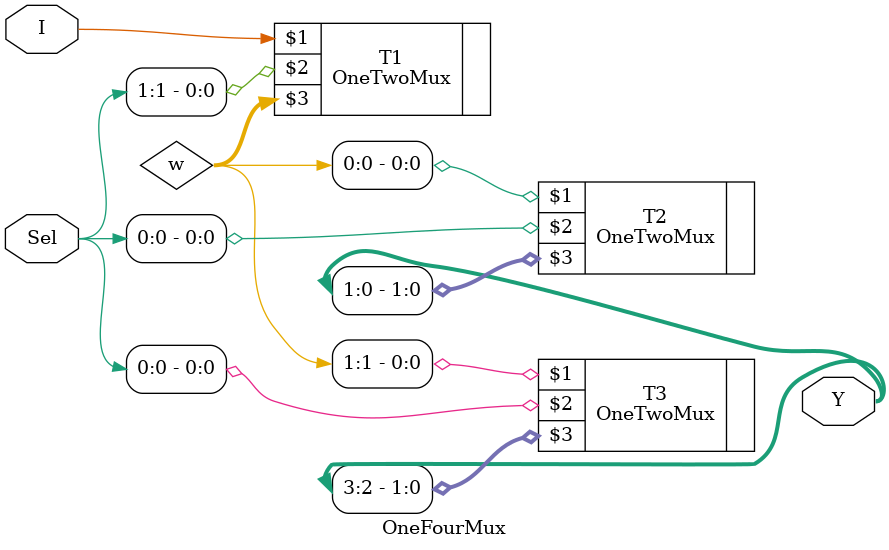
<source format=v>
`include "../OneTwoMUX/module.v"

module OneFourMux (
    input I,
    input [1:0] Sel,
    output [3:0] Y
);

  //   assign Y[0] = (!Sel[1]) * (!Sel[0]) * I;
  //   assign Y[1] = (!Sel[1]) * (Sel[0]) * I;
  //   assign Y[2] = (Sel[1]) * (!Sel[0]) * I;
  //   assign Y[3] = (Sel[1]) * (Sel[0]) * I;
  wire [1:0] w;
  OneTwoMux T1 (
      I,
      Sel[1],
      w
  );
  OneTwoMux T2 (
      w[0],
      Sel[0],
      Y[1:0]
  );
  OneTwoMux T3 (
      w[1],
      Sel[0],
      Y[3:2]
  );

endmodule

</source>
